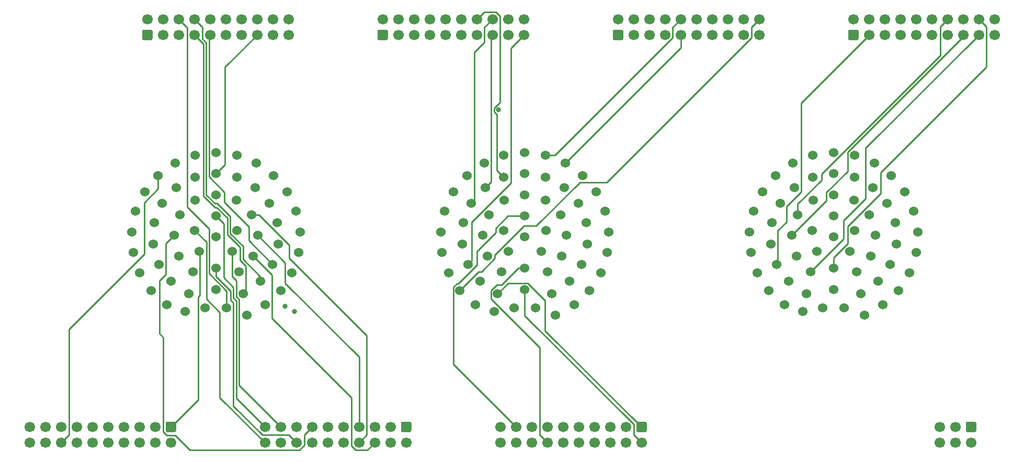
<source format=gbr>
G04 #@! TF.GenerationSoftware,KiCad,Pcbnew,(5.1.6)-1*
G04 #@! TF.CreationDate,2020-08-15T15:38:21+01:00*
G04 #@! TF.ProjectId,Sockets,536f636b-6574-4732-9e6b-696361645f70,rev?*
G04 #@! TF.SameCoordinates,Original*
G04 #@! TF.FileFunction,Copper,L4,Bot*
G04 #@! TF.FilePolarity,Positive*
%FSLAX46Y46*%
G04 Gerber Fmt 4.6, Leading zero omitted, Abs format (unit mm)*
G04 Created by KiCad (PCBNEW (5.1.6)-1) date 2020-08-15 15:38:21*
%MOMM*%
%LPD*%
G01*
G04 APERTURE LIST*
G04 #@! TA.AperFunction,ComponentPad*
%ADD10C,1.524000*%
G04 #@! TD*
G04 #@! TA.AperFunction,ComponentPad*
%ADD11C,1.700000*%
G04 #@! TD*
G04 #@! TA.AperFunction,ViaPad*
%ADD12C,0.800000*%
G04 #@! TD*
G04 #@! TA.AperFunction,Conductor*
%ADD13C,0.250000*%
G04 #@! TD*
G04 APERTURE END LIST*
D10*
X146670000Y-94080000D03*
X143980000Y-103100000D03*
X144210000Y-96470000D03*
X143220000Y-99750000D03*
X146270000Y-105660000D03*
X150000000Y-105080000D03*
X152670000Y-102390000D03*
X147330000Y-102390000D03*
X146570000Y-98960000D03*
X150000000Y-96650000D03*
X153430000Y-98960000D03*
X142760000Y-107190000D03*
X150000000Y-108590000D03*
X153730000Y-105660000D03*
X139870000Y-101170000D03*
X140040000Y-97760000D03*
X140810000Y-104450000D03*
X145610000Y-109220000D03*
X156020000Y-103100000D03*
X156780000Y-99750000D03*
X155790000Y-96470000D03*
X150000000Y-93220000D03*
X153330000Y-94080000D03*
X159960000Y-97760000D03*
X158660000Y-94590000D03*
X156380000Y-92020000D03*
X150000000Y-89790000D03*
X153380000Y-90370000D03*
X146620000Y-90370000D03*
X143620000Y-92020000D03*
X141340000Y-94590000D03*
X160130000Y-101170000D03*
X143420000Y-88060000D03*
X146600000Y-86820000D03*
X137020000Y-95830000D03*
X140650000Y-90070000D03*
X136390000Y-99240000D03*
X138470000Y-92710000D03*
X136610000Y-102570000D03*
X148270000Y-111530000D03*
X139510000Y-108710000D03*
X142020000Y-111050000D03*
X145020000Y-112100000D03*
X151730000Y-111530000D03*
X154390000Y-109220000D03*
X157240000Y-107190000D03*
X159190000Y-104450000D03*
X137680000Y-105840000D03*
X150000000Y-86360000D03*
X153400000Y-86820000D03*
X156580000Y-88060000D03*
X161530000Y-92710000D03*
X162980000Y-95830000D03*
X159350000Y-90070000D03*
X163610000Y-99240000D03*
X163390000Y-102570000D03*
X162320000Y-105840000D03*
X160490000Y-108710000D03*
X157980000Y-111050000D03*
X154980000Y-112700000D03*
X150000000Y-100000000D03*
X96670000Y-94080000D03*
X93980000Y-103100000D03*
X94210000Y-96470000D03*
X93220000Y-99750000D03*
X96270000Y-105660000D03*
X100000000Y-105080000D03*
X102670000Y-102390000D03*
X97330000Y-102390000D03*
X96570000Y-98960000D03*
X100000000Y-96650000D03*
X103430000Y-98960000D03*
X92760000Y-107190000D03*
X100000000Y-108590000D03*
X103730000Y-105660000D03*
X89870000Y-101170000D03*
X90040000Y-97760000D03*
X90810000Y-104450000D03*
X95610000Y-109220000D03*
X106020000Y-103100000D03*
X106780000Y-99750000D03*
X105790000Y-96470000D03*
X100000000Y-93220000D03*
X103330000Y-94080000D03*
X109960000Y-97760000D03*
X108660000Y-94590000D03*
X106380000Y-92020000D03*
X100000000Y-89790000D03*
X103380000Y-90370000D03*
X96620000Y-90370000D03*
X93620000Y-92020000D03*
X91340000Y-94590000D03*
X110130000Y-101170000D03*
X93420000Y-88060000D03*
X96600000Y-86820000D03*
X87020000Y-95830000D03*
X90650000Y-90070000D03*
X86390000Y-99240000D03*
X88470000Y-92710000D03*
X86610000Y-102570000D03*
X98270000Y-111530000D03*
X89510000Y-108710000D03*
X92020000Y-111050000D03*
X95020000Y-112100000D03*
X101730000Y-111530000D03*
X104390000Y-109220000D03*
X107240000Y-107190000D03*
X109190000Y-104450000D03*
X87680000Y-105840000D03*
X100000000Y-86360000D03*
X103400000Y-86820000D03*
X106580000Y-88060000D03*
X111530000Y-92710000D03*
X112980000Y-95830000D03*
X109350000Y-90070000D03*
X113610000Y-99240000D03*
X113390000Y-102570000D03*
X112320000Y-105840000D03*
X110490000Y-108710000D03*
X107980000Y-111050000D03*
X104980000Y-112700000D03*
X100000000Y-100000000D03*
X196670000Y-94080000D03*
X193980000Y-103100000D03*
X194210000Y-96470000D03*
X193220000Y-99750000D03*
X196270000Y-105660000D03*
X200000000Y-105080000D03*
X202670000Y-102390000D03*
X197330000Y-102390000D03*
X196570000Y-98960000D03*
X200000000Y-96650000D03*
X203430000Y-98960000D03*
X192760000Y-107190000D03*
X200000000Y-108590000D03*
X203730000Y-105660000D03*
X189870000Y-101170000D03*
X190040000Y-97760000D03*
X190810000Y-104450000D03*
X195610000Y-109220000D03*
X206020000Y-103100000D03*
X206780000Y-99750000D03*
X205790000Y-96470000D03*
X200000000Y-93220000D03*
X203330000Y-94080000D03*
X209960000Y-97760000D03*
X208660000Y-94590000D03*
X206380000Y-92020000D03*
X200000000Y-89790000D03*
X203380000Y-90370000D03*
X196620000Y-90370000D03*
X193620000Y-92020000D03*
X191340000Y-94590000D03*
X210130000Y-101170000D03*
X193420000Y-88060000D03*
X196600000Y-86820000D03*
X187020000Y-95830000D03*
X190650000Y-90070000D03*
X186390000Y-99240000D03*
X188470000Y-92710000D03*
X186610000Y-102570000D03*
X198270000Y-111530000D03*
X189510000Y-108710000D03*
X192020000Y-111050000D03*
X195020000Y-112100000D03*
X201730000Y-111530000D03*
X204390000Y-109220000D03*
X207240000Y-107190000D03*
X209190000Y-104450000D03*
X187680000Y-105840000D03*
X200000000Y-86360000D03*
X203400000Y-86820000D03*
X206580000Y-88060000D03*
X211530000Y-92710000D03*
X212980000Y-95830000D03*
X209350000Y-90070000D03*
X213610000Y-99240000D03*
X213390000Y-102570000D03*
X212320000Y-105840000D03*
X210490000Y-108710000D03*
X207980000Y-111050000D03*
X204980000Y-112700000D03*
X200000000Y-100000000D03*
G04 #@! TA.AperFunction,ComponentPad*
G36*
G01*
X92110000Y-129960000D02*
X93310000Y-129960000D01*
G75*
G02*
X93560000Y-130210000I0J-250000D01*
G01*
X93560000Y-131410000D01*
G75*
G02*
X93310000Y-131660000I-250000J0D01*
G01*
X92110000Y-131660000D01*
G75*
G02*
X91860000Y-131410000I0J250000D01*
G01*
X91860000Y-130210000D01*
G75*
G02*
X92110000Y-129960000I250000J0D01*
G01*
G37*
G04 #@! TD.AperFunction*
D11*
X90170000Y-130810000D03*
X87630000Y-130810000D03*
X85090000Y-130810000D03*
X82550000Y-130810000D03*
X80010000Y-130810000D03*
X77470000Y-130810000D03*
X74930000Y-130810000D03*
X72390000Y-130810000D03*
X69850000Y-130810000D03*
X92710000Y-133350000D03*
X90170000Y-133350000D03*
X87630000Y-133350000D03*
X85090000Y-133350000D03*
X82550000Y-133350000D03*
X80010000Y-133350000D03*
X77470000Y-133350000D03*
X74930000Y-133350000D03*
X72390000Y-133350000D03*
X69850000Y-133350000D03*
G04 #@! TA.AperFunction,ComponentPad*
G36*
G01*
X89500000Y-68160000D02*
X88300000Y-68160000D01*
G75*
G02*
X88050000Y-67910000I0J250000D01*
G01*
X88050000Y-66710000D01*
G75*
G02*
X88300000Y-66460000I250000J0D01*
G01*
X89500000Y-66460000D01*
G75*
G02*
X89750000Y-66710000I0J-250000D01*
G01*
X89750000Y-67910000D01*
G75*
G02*
X89500000Y-68160000I-250000J0D01*
G01*
G37*
G04 #@! TD.AperFunction*
X91440000Y-67310000D03*
X93980000Y-67310000D03*
X96520000Y-67310000D03*
X99060000Y-67310000D03*
X101600000Y-67310000D03*
X104140000Y-67310000D03*
X106680000Y-67310000D03*
X109220000Y-67310000D03*
X111760000Y-67310000D03*
X88900000Y-64770000D03*
X91440000Y-64770000D03*
X93980000Y-64770000D03*
X96520000Y-64770000D03*
X99060000Y-64770000D03*
X101600000Y-64770000D03*
X104140000Y-64770000D03*
X106680000Y-64770000D03*
X109220000Y-64770000D03*
X111760000Y-64770000D03*
X107950000Y-133350000D03*
X110490000Y-133350000D03*
X113030000Y-133350000D03*
X115570000Y-133350000D03*
X118110000Y-133350000D03*
X120650000Y-133350000D03*
X123190000Y-133350000D03*
X125730000Y-133350000D03*
X128270000Y-133350000D03*
X130810000Y-133350000D03*
X107950000Y-130810000D03*
X110490000Y-130810000D03*
X113030000Y-130810000D03*
X115570000Y-130810000D03*
X118110000Y-130810000D03*
X120650000Y-130810000D03*
X123190000Y-130810000D03*
X125730000Y-130810000D03*
X128270000Y-130810000D03*
G04 #@! TA.AperFunction,ComponentPad*
G36*
G01*
X130210000Y-129960000D02*
X131410000Y-129960000D01*
G75*
G02*
X131660000Y-130210000I0J-250000D01*
G01*
X131660000Y-131410000D01*
G75*
G02*
X131410000Y-131660000I-250000J0D01*
G01*
X130210000Y-131660000D01*
G75*
G02*
X129960000Y-131410000I0J250000D01*
G01*
X129960000Y-130210000D01*
G75*
G02*
X130210000Y-129960000I250000J0D01*
G01*
G37*
G04 #@! TD.AperFunction*
G04 #@! TA.AperFunction,ComponentPad*
G36*
G01*
X165700000Y-68160000D02*
X164500000Y-68160000D01*
G75*
G02*
X164250000Y-67910000I0J250000D01*
G01*
X164250000Y-66710000D01*
G75*
G02*
X164500000Y-66460000I250000J0D01*
G01*
X165700000Y-66460000D01*
G75*
G02*
X165950000Y-66710000I0J-250000D01*
G01*
X165950000Y-67910000D01*
G75*
G02*
X165700000Y-68160000I-250000J0D01*
G01*
G37*
G04 #@! TD.AperFunction*
X167640000Y-67310000D03*
X170180000Y-67310000D03*
X172720000Y-67310000D03*
X175260000Y-67310000D03*
X177800000Y-67310000D03*
X180340000Y-67310000D03*
X182880000Y-67310000D03*
X185420000Y-67310000D03*
X187960000Y-67310000D03*
X165100000Y-64770000D03*
X167640000Y-64770000D03*
X170180000Y-64770000D03*
X172720000Y-64770000D03*
X175260000Y-64770000D03*
X177800000Y-64770000D03*
X180340000Y-64770000D03*
X182880000Y-64770000D03*
X185420000Y-64770000D03*
X187960000Y-64770000D03*
X149860000Y-64770000D03*
X147320000Y-64770000D03*
X144780000Y-64770000D03*
X142240000Y-64770000D03*
X139700000Y-64770000D03*
X137160000Y-64770000D03*
X134620000Y-64770000D03*
X132080000Y-64770000D03*
X129540000Y-64770000D03*
X127000000Y-64770000D03*
X149860000Y-67310000D03*
X147320000Y-67310000D03*
X144780000Y-67310000D03*
X142240000Y-67310000D03*
X139700000Y-67310000D03*
X137160000Y-67310000D03*
X134620000Y-67310000D03*
X132080000Y-67310000D03*
X129540000Y-67310000D03*
G04 #@! TA.AperFunction,ComponentPad*
G36*
G01*
X127600000Y-68160000D02*
X126400000Y-68160000D01*
G75*
G02*
X126150000Y-67910000I0J250000D01*
G01*
X126150000Y-66710000D01*
G75*
G02*
X126400000Y-66460000I250000J0D01*
G01*
X127600000Y-66460000D01*
G75*
G02*
X127850000Y-66710000I0J-250000D01*
G01*
X127850000Y-67910000D01*
G75*
G02*
X127600000Y-68160000I-250000J0D01*
G01*
G37*
G04 #@! TD.AperFunction*
G04 #@! TA.AperFunction,ComponentPad*
G36*
G01*
X168310000Y-129960000D02*
X169510000Y-129960000D01*
G75*
G02*
X169760000Y-130210000I0J-250000D01*
G01*
X169760000Y-131410000D01*
G75*
G02*
X169510000Y-131660000I-250000J0D01*
G01*
X168310000Y-131660000D01*
G75*
G02*
X168060000Y-131410000I0J250000D01*
G01*
X168060000Y-130210000D01*
G75*
G02*
X168310000Y-129960000I250000J0D01*
G01*
G37*
G04 #@! TD.AperFunction*
X166370000Y-130810000D03*
X163830000Y-130810000D03*
X161290000Y-130810000D03*
X158750000Y-130810000D03*
X156210000Y-130810000D03*
X153670000Y-130810000D03*
X151130000Y-130810000D03*
X148590000Y-130810000D03*
X146050000Y-130810000D03*
X168910000Y-133350000D03*
X166370000Y-133350000D03*
X163830000Y-133350000D03*
X161290000Y-133350000D03*
X158750000Y-133350000D03*
X156210000Y-133350000D03*
X153670000Y-133350000D03*
X151130000Y-133350000D03*
X148590000Y-133350000D03*
X146050000Y-133350000D03*
X226060000Y-64770000D03*
X223520000Y-64770000D03*
X220980000Y-64770000D03*
X218440000Y-64770000D03*
X215900000Y-64770000D03*
X213360000Y-64770000D03*
X210820000Y-64770000D03*
X208280000Y-64770000D03*
X205740000Y-64770000D03*
X203200000Y-64770000D03*
X226060000Y-67310000D03*
X223520000Y-67310000D03*
X220980000Y-67310000D03*
X218440000Y-67310000D03*
X215900000Y-67310000D03*
X213360000Y-67310000D03*
X210820000Y-67310000D03*
X208280000Y-67310000D03*
X205740000Y-67310000D03*
G04 #@! TA.AperFunction,ComponentPad*
G36*
G01*
X203800000Y-68160000D02*
X202600000Y-68160000D01*
G75*
G02*
X202350000Y-67910000I0J250000D01*
G01*
X202350000Y-66710000D01*
G75*
G02*
X202600000Y-66460000I250000J0D01*
G01*
X203800000Y-66460000D01*
G75*
G02*
X204050000Y-66710000I0J-250000D01*
G01*
X204050000Y-67910000D01*
G75*
G02*
X203800000Y-68160000I-250000J0D01*
G01*
G37*
G04 #@! TD.AperFunction*
G04 #@! TA.AperFunction,ComponentPad*
G36*
G01*
X221650000Y-129960000D02*
X222850000Y-129960000D01*
G75*
G02*
X223100000Y-130210000I0J-250000D01*
G01*
X223100000Y-131410000D01*
G75*
G02*
X222850000Y-131660000I-250000J0D01*
G01*
X221650000Y-131660000D01*
G75*
G02*
X221400000Y-131410000I0J250000D01*
G01*
X221400000Y-130210000D01*
G75*
G02*
X221650000Y-129960000I250000J0D01*
G01*
G37*
G04 #@! TD.AperFunction*
X219710000Y-130810000D03*
X217170000Y-130810000D03*
X222250000Y-133350000D03*
X219710000Y-133350000D03*
X217170000Y-133350000D03*
D12*
X111209700Y-111235800D03*
X112747400Y-112121200D03*
X145749400Y-79452700D03*
D13*
X99060000Y-67310000D02*
X98895300Y-67474700D01*
X98895300Y-67474700D02*
X98895300Y-90261200D01*
X98895300Y-90261200D02*
X101412600Y-92778500D01*
X101412600Y-92778500D02*
X101412600Y-94452600D01*
X101412600Y-94452600D02*
X105314400Y-98354400D01*
X105314400Y-98354400D02*
X105314400Y-100574400D01*
X105314400Y-100574400D02*
X109190000Y-104450000D01*
X107240000Y-107190000D02*
X107240000Y-106496200D01*
X107240000Y-106496200D02*
X104398500Y-103654700D01*
X104398500Y-103654700D02*
X104398500Y-101538800D01*
X104398500Y-101538800D02*
X102315700Y-99456000D01*
X102315700Y-99456000D02*
X102315700Y-96733800D01*
X102315700Y-96733800D02*
X100201000Y-94619100D01*
X100201000Y-94619100D02*
X99842800Y-94619100D01*
X99842800Y-94619100D02*
X98444900Y-93221200D01*
X98444900Y-93221200D02*
X98444900Y-68598000D01*
X98444900Y-68598000D02*
X97790000Y-67943100D01*
X97790000Y-67943100D02*
X97790000Y-66040000D01*
X97790000Y-66040000D02*
X96520000Y-64770000D01*
X104390000Y-109220000D02*
X104848800Y-108761200D01*
X104848800Y-108761200D02*
X104848800Y-104741900D01*
X104848800Y-104741900D02*
X103948200Y-103841300D01*
X103948200Y-103841300D02*
X103948200Y-101725400D01*
X103948200Y-101725400D02*
X101865400Y-99642600D01*
X101865400Y-99642600D02*
X101865400Y-96960200D01*
X101865400Y-96960200D02*
X100133900Y-95228700D01*
X100133900Y-95228700D02*
X99815500Y-95228700D01*
X99815500Y-95228700D02*
X97994600Y-93407800D01*
X97994600Y-93407800D02*
X97994600Y-68784600D01*
X97994600Y-68784600D02*
X96520000Y-67310000D01*
X93980000Y-64770000D02*
X95344600Y-66134600D01*
X95344600Y-66134600D02*
X95344600Y-95185500D01*
X95344600Y-95185500D02*
X98912700Y-98753600D01*
X98912700Y-98753600D02*
X98912700Y-105964900D01*
X98912700Y-105964900D02*
X101730000Y-108782200D01*
X101730000Y-108782200D02*
X101730000Y-111530000D01*
X74930000Y-133350000D02*
X76200000Y-132080000D01*
X76200000Y-132080000D02*
X76200000Y-115020700D01*
X76200000Y-115020700D02*
X88399300Y-102821400D01*
X88399300Y-102821400D02*
X88399300Y-94504900D01*
X88399300Y-94504900D02*
X90650000Y-92254200D01*
X90650000Y-92254200D02*
X90650000Y-90070000D01*
X100000000Y-89790000D02*
X101470100Y-88319900D01*
X101470100Y-88319900D02*
X101470100Y-72519900D01*
X101470100Y-72519900D02*
X106680000Y-67310000D01*
X123190000Y-133350000D02*
X124412200Y-132127800D01*
X124412200Y-132127800D02*
X124412200Y-115966700D01*
X124412200Y-115966700D02*
X111885400Y-103439900D01*
X111885400Y-103439900D02*
X111885400Y-101371200D01*
X111885400Y-101371200D02*
X106984200Y-96470000D01*
X106984200Y-96470000D02*
X105790000Y-96470000D01*
X123190000Y-130810000D02*
X123190000Y-119468500D01*
X123190000Y-119468500D02*
X111232600Y-107511100D01*
X111232600Y-107511100D02*
X111232600Y-104202600D01*
X111232600Y-104202600D02*
X106780000Y-99750000D01*
X106020000Y-103100000D02*
X109075700Y-106155700D01*
X109075700Y-106155700D02*
X109075700Y-113216800D01*
X109075700Y-113216800D02*
X121920000Y-126061100D01*
X121920000Y-126061100D02*
X121920000Y-133842300D01*
X121920000Y-133842300D02*
X122666400Y-134588700D01*
X122666400Y-134588700D02*
X124491300Y-134588700D01*
X124491300Y-134588700D02*
X125730000Y-133350000D01*
X107950000Y-130810000D02*
X103302500Y-126162500D01*
X103302500Y-126162500D02*
X103302500Y-110322900D01*
X103302500Y-110322900D02*
X102852200Y-109872600D01*
X102852200Y-109872600D02*
X102852200Y-108224500D01*
X102852200Y-108224500D02*
X101256100Y-106628400D01*
X101256100Y-106628400D02*
X101256100Y-97906100D01*
X101256100Y-97906100D02*
X100000000Y-96650000D01*
X107950000Y-133350000D02*
X100642600Y-126042600D01*
X100642600Y-126042600D02*
X100642600Y-112243200D01*
X100642600Y-112243200D02*
X98462300Y-110062900D01*
X98462300Y-110062900D02*
X98462300Y-100852300D01*
X98462300Y-100852300D02*
X96570000Y-98960000D01*
X92710000Y-130810000D02*
X97132100Y-126387900D01*
X97132100Y-126387900D02*
X97132100Y-109738200D01*
X97132100Y-109738200D02*
X97357400Y-109512900D01*
X97357400Y-109512900D02*
X97357400Y-102417400D01*
X97357400Y-102417400D02*
X97330000Y-102390000D01*
X110490000Y-130810000D02*
X103752800Y-124072800D01*
X103752800Y-124072800D02*
X103752800Y-110136300D01*
X103752800Y-110136300D02*
X103302600Y-109686100D01*
X103302600Y-109686100D02*
X103302600Y-107108800D01*
X103302600Y-107108800D02*
X102642600Y-106448800D01*
X102642600Y-106448800D02*
X102642600Y-102417400D01*
X102642600Y-102417400D02*
X102670000Y-102390000D01*
X113030000Y-133350000D02*
X111760000Y-132080000D01*
X111760000Y-132080000D02*
X107515000Y-132080000D01*
X107515000Y-132080000D02*
X102852200Y-127417200D01*
X102852200Y-127417200D02*
X102852200Y-110734800D01*
X102852200Y-110734800D02*
X102401800Y-110284400D01*
X102401800Y-110284400D02*
X102401800Y-108817100D01*
X102401800Y-108817100D02*
X100000000Y-106415300D01*
X100000000Y-106415300D02*
X100000000Y-105080000D01*
X115570000Y-130810000D02*
X114300000Y-132080000D01*
X114300000Y-132080000D02*
X114300000Y-133761300D01*
X114300000Y-133761300D02*
X113503100Y-134558200D01*
X113503100Y-134558200D02*
X95819400Y-134558200D01*
X95819400Y-134558200D02*
X93422800Y-132161600D01*
X93422800Y-132161600D02*
X92028300Y-132161600D01*
X92028300Y-132161600D02*
X91439500Y-131572800D01*
X91439500Y-131572800D02*
X91439500Y-116290900D01*
X91439500Y-116290900D02*
X90910500Y-115761900D01*
X90910500Y-115761900D02*
X90910500Y-107089500D01*
X90910500Y-107089500D02*
X91897400Y-106102600D01*
X91897400Y-106102600D02*
X91897400Y-101072600D01*
X91897400Y-101072600D02*
X93220000Y-99750000D01*
X153670000Y-133350000D02*
X152400000Y-132080000D01*
X152400000Y-132080000D02*
X152400000Y-117940100D01*
X152400000Y-117940100D02*
X144520200Y-110060300D01*
X144520200Y-110060300D02*
X144520200Y-108761600D01*
X144520200Y-108761600D02*
X145511800Y-107770000D01*
X145511800Y-107770000D02*
X146247600Y-107770000D01*
X146247600Y-107770000D02*
X148937600Y-105080000D01*
X148937600Y-105080000D02*
X150000000Y-105080000D01*
X148590000Y-130810000D02*
X138419900Y-120639900D01*
X138419900Y-120639900D02*
X138419900Y-108189800D01*
X138419900Y-108189800D02*
X138987100Y-107622600D01*
X138987100Y-107622600D02*
X139236100Y-107622600D01*
X139236100Y-107622600D02*
X142253700Y-104605000D01*
X142253700Y-104605000D02*
X142253700Y-102410500D01*
X142253700Y-102410500D02*
X145297400Y-99366800D01*
X145297400Y-99366800D02*
X145297400Y-98645000D01*
X145297400Y-98645000D02*
X147292400Y-96650000D01*
X147292400Y-96650000D02*
X150000000Y-96650000D01*
X168910000Y-133350000D02*
X167639500Y-132079500D01*
X167639500Y-132079500D02*
X167639500Y-130397900D01*
X167639500Y-130397900D02*
X150000000Y-112758400D01*
X150000000Y-112758400D02*
X150000000Y-108590000D01*
X149860000Y-67310000D02*
X147754800Y-69415200D01*
X147754800Y-69415200D02*
X147754800Y-91283100D01*
X147754800Y-91283100D02*
X141385700Y-97652200D01*
X141385700Y-97652200D02*
X141385700Y-103874300D01*
X141385700Y-103874300D02*
X140810000Y-104450000D01*
X168910000Y-130810000D02*
X153302600Y-115202600D01*
X153302600Y-115202600D02*
X153302600Y-110308200D01*
X153302600Y-110308200D02*
X150497000Y-107502600D01*
X150497000Y-107502600D02*
X147327400Y-107502600D01*
X147327400Y-107502600D02*
X145610000Y-109220000D01*
X142240000Y-64770000D02*
X143431800Y-63578200D01*
X143431800Y-63578200D02*
X145296400Y-63578200D01*
X145296400Y-63578200D02*
X145970000Y-64251800D01*
X145970000Y-64251800D02*
X145970000Y-78206400D01*
X145970000Y-78206400D02*
X145024100Y-79152300D01*
X145024100Y-79152300D02*
X145024100Y-79753100D01*
X145024100Y-79753100D02*
X145504700Y-80233700D01*
X145504700Y-80233700D02*
X145504800Y-80233700D01*
X145504800Y-80233700D02*
X145504800Y-89254800D01*
X145504800Y-89254800D02*
X146620000Y-90370000D01*
X144780000Y-67310000D02*
X144528500Y-67561500D01*
X144528500Y-67561500D02*
X144528500Y-91111500D01*
X144528500Y-91111500D02*
X143620000Y-92020000D01*
X144780000Y-64770000D02*
X143489100Y-66060900D01*
X143489100Y-66060900D02*
X143489100Y-68485400D01*
X143489100Y-68485400D02*
X141859900Y-70114600D01*
X141859900Y-70114600D02*
X141859900Y-94070100D01*
X141859900Y-94070100D02*
X141340000Y-94590000D01*
X139510000Y-108710000D02*
X142559300Y-105660700D01*
X142559300Y-105660700D02*
X142990500Y-105660700D01*
X142990500Y-105660700D02*
X145182600Y-103468600D01*
X145182600Y-103468600D02*
X145182600Y-102967000D01*
X145182600Y-102967000D02*
X149912400Y-98237200D01*
X149912400Y-98237200D02*
X151842800Y-98237200D01*
X151842800Y-98237200D02*
X158922600Y-91157400D01*
X158922600Y-91157400D02*
X163250400Y-91157400D01*
X163250400Y-91157400D02*
X186690000Y-67717800D01*
X186690000Y-67717800D02*
X186690000Y-66040000D01*
X186690000Y-66040000D02*
X187960000Y-64770000D01*
X175260000Y-64770000D02*
X173968800Y-66061200D01*
X173968800Y-66061200D02*
X173968800Y-67727800D01*
X173968800Y-67727800D02*
X154876600Y-86820000D01*
X154876600Y-86820000D02*
X153400000Y-86820000D01*
X175260000Y-67310000D02*
X175260000Y-69380000D01*
X175260000Y-69380000D02*
X156580000Y-88060000D01*
X218440000Y-64770000D02*
X217264600Y-65945400D01*
X217264600Y-65945400D02*
X217264600Y-70650200D01*
X217264600Y-70650200D02*
X198044000Y-89870800D01*
X198044000Y-89870800D02*
X198044000Y-90820800D01*
X198044000Y-90820800D02*
X194210000Y-94654800D01*
X194210000Y-94654800D02*
X194210000Y-96470000D01*
X220980000Y-67310000D02*
X220980000Y-67571700D01*
X220980000Y-67571700D02*
X202254000Y-86297700D01*
X202254000Y-86297700D02*
X202254000Y-89396700D01*
X202254000Y-89396700D02*
X198816100Y-92834600D01*
X198816100Y-92834600D02*
X198816100Y-94153900D01*
X198816100Y-94153900D02*
X193220000Y-99750000D01*
X196270000Y-105660000D02*
X201616000Y-100314000D01*
X201616000Y-100314000D02*
X201616000Y-97380700D01*
X201616000Y-97380700D02*
X205197900Y-93798800D01*
X205197900Y-93798800D02*
X205197900Y-85632100D01*
X205197900Y-85632100D02*
X223520000Y-67310000D01*
X223520000Y-64770000D02*
X224735100Y-65985100D01*
X224735100Y-65985100D02*
X224735100Y-72457500D01*
X224735100Y-72457500D02*
X207614800Y-89577800D01*
X207614800Y-89577800D02*
X207614800Y-92956800D01*
X207614800Y-92956800D02*
X202276400Y-98295200D01*
X202276400Y-98295200D02*
X202276400Y-101125200D01*
X202276400Y-101125200D02*
X200000000Y-103401600D01*
X200000000Y-103401600D02*
X200000000Y-105080000D01*
X205740000Y-67310000D02*
X194733400Y-78316600D01*
X194733400Y-78316600D02*
X194733400Y-92734500D01*
X194733400Y-92734500D02*
X192368700Y-95099200D01*
X192368700Y-95099200D02*
X192368700Y-97613900D01*
X192368700Y-97613900D02*
X190957400Y-99025200D01*
X190957400Y-99025200D02*
X190957400Y-104302600D01*
X190957400Y-104302600D02*
X190810000Y-104450000D01*
M02*

</source>
